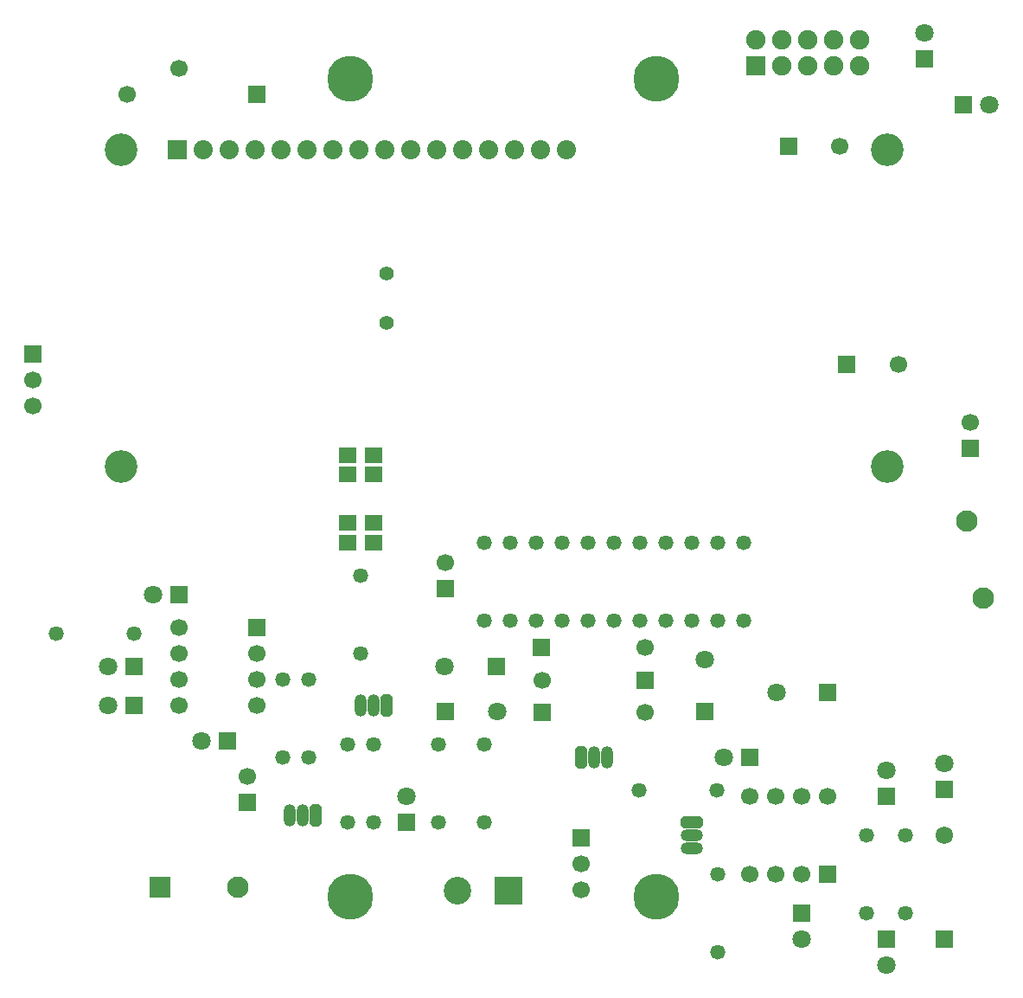
<source format=gts>
G04 DipTrace 3.0.0.2*
G04 TopSoldermask.gts*
%MOIN*%
G04 #@! TF.FileFunction,Soldermask,Top*
G04 #@! TF.Part,Single*
%AMOUTLINE1*
4,1,8,
-0.023622,0.031158,
-0.011473,0.043307,
0.011473,0.043307,
0.023622,0.031158,
0.023622,-0.031158,
0.011473,-0.043307,
-0.011473,-0.043307,
-0.023622,-0.031158,
-0.023622,0.031158,
0*%
%AMOUTLINE4*
4,1,8,
0.031158,0.023622,
0.043307,0.011473,
0.043307,-0.011473,
0.031158,-0.023622,
-0.031158,-0.023622,
-0.043307,-0.011473,
-0.043307,0.011473,
-0.031158,0.023622,
0.031158,0.023622,
0*%
%AMOUTLINE7*
4,1,8,
0.023622,-0.031158,
0.011473,-0.043307,
-0.011473,-0.043307,
-0.023622,-0.031158,
-0.023622,0.031158,
-0.011473,0.043307,
0.011473,0.043307,
0.023622,0.031158,
0.023622,-0.031158,
0*%
%ADD25R,0.066929X0.066929*%
%ADD30C,0.066929*%
%ADD36R,0.074803X0.074803*%
%ADD37C,0.074803*%
%ADD55C,0.125984*%
%ADD56C,0.177165*%
%ADD70C,0.055874*%
%ADD84C,0.057874*%
%ADD86C,0.057874*%
%ADD90O,0.086614X0.047244*%
%ADD92O,0.047244X0.086614*%
%ADD94C,0.082677*%
%ADD95R,0.082677X0.082677*%
%ADD100C,0.070866*%
%ADD102C,0.067874*%
%ADD104R,0.067874X0.067874*%
%ADD108C,0.106299*%
%ADD110R,0.106299X0.106299*%
%ADD112C,0.073874*%
%ADD122R,0.066929X0.059055*%
%ADD124C,0.070866*%
%ADD126R,0.070866X0.070866*%
%ADD132OUTLINE1*%
%ADD135OUTLINE4*%
%ADD138OUTLINE7*%
%FSLAX26Y26*%
G04*
G70*
G90*
G75*
G01*
G04 TopMask*
%LPD*%
D126*
X3838130Y623125D3*
D124*
Y523125D3*
D126*
Y1173125D3*
D124*
Y1273125D3*
X4063130Y1298125D3*
D126*
Y1198125D3*
D124*
X3513130Y623123D3*
D126*
Y723123D3*
D124*
X3213130Y1323125D3*
D126*
X3313130D3*
D124*
X3138130Y1698125D3*
D126*
Y1498125D3*
D124*
X2136555Y1671550D3*
D126*
X2336555D3*
D124*
X2338130Y1498125D3*
D126*
X2138130D3*
D124*
X1988130Y1173125D3*
D126*
Y1073125D3*
X4137205Y3837205D3*
D124*
X4237205D3*
D126*
X3987205Y4012205D3*
D124*
Y4112205D3*
X838130Y1673125D3*
D126*
X938130D3*
D124*
X838130Y1523125D3*
D126*
X938130D3*
D124*
X1013130Y1948123D3*
D126*
X1113130D3*
D124*
X1200630Y1385625D3*
D126*
X1300630D3*
D25*
X3687205Y2837205D3*
D30*
X3884055D3*
D25*
X3462205Y3674705D3*
D30*
X3659055D3*
D25*
X2511555Y1496549D3*
D30*
X2909193D3*
D25*
X2910374Y1620369D3*
D30*
X2512736D3*
D25*
X2510374Y1745369D3*
D30*
X2908012D3*
X1375630Y1248123D3*
D25*
Y1148123D3*
D122*
X1862205Y2224705D3*
Y2149902D3*
X1762205Y2224705D3*
Y2149902D3*
D36*
X1106188Y3662205D3*
D112*
X1206188D3*
X1306188D3*
X1406188D3*
X1506188D3*
X1606188D3*
X1706188D3*
X1806188D3*
X1906188D3*
X2006188D3*
X2106188D3*
X2206188D3*
X2306188D3*
X2406188D3*
X2506188D3*
X2606188D3*
D55*
X889646Y2441741D3*
X3842402D3*
X889646Y3662214D3*
X3842402D3*
D110*
X2382028Y809049D3*
D108*
X2185177D3*
D25*
X4162205Y2512205D3*
D30*
Y2612205D3*
D36*
X3337205Y3987205D3*
D37*
Y4087205D3*
X3437205Y3987205D3*
Y4087205D3*
X3537205Y3987205D3*
Y4087205D3*
X3637205Y3987205D3*
Y4087205D3*
X3737205Y3987205D3*
Y4087205D3*
D25*
X2138130Y1973125D3*
D30*
Y2073125D3*
D25*
X549705Y2874705D3*
D30*
Y2774705D3*
Y2674705D3*
D104*
X4063130Y623123D3*
D102*
Y1023123D3*
D126*
X3613130Y1573125D3*
D100*
X3416280D3*
D95*
X1038130Y823123D3*
D94*
X1337343D3*
D132*
X2661555Y1321549D3*
D92*
X2711555D3*
X2761555D3*
D135*
X3088130Y1073123D3*
D90*
Y1023123D3*
Y973123D3*
D138*
X1913130Y1523123D3*
D92*
X1863130D3*
X1813130D3*
D138*
X1638130Y1098125D3*
D92*
X1588130D3*
X1538130D3*
D86*
X3913130Y1023123D3*
D84*
Y723123D3*
D86*
X3763130Y1023123D3*
D84*
Y723123D3*
D86*
X2886555Y1196549D3*
D84*
X3186555D3*
D25*
X2662205Y1012205D3*
D30*
Y912205D3*
Y812205D3*
D86*
X3188130Y573123D3*
D84*
Y873123D3*
D86*
X2288130Y1073125D3*
D84*
Y1373125D3*
D86*
X2113130Y1073125D3*
D84*
Y1373125D3*
D86*
X1863130D3*
D84*
Y1073125D3*
D86*
X1763130D3*
D84*
Y1373125D3*
D86*
X1813130Y1723125D3*
D84*
Y2023125D3*
D86*
X638130Y1798125D3*
D84*
X938130D3*
D86*
X1613130Y1323125D3*
D84*
Y1623125D3*
D86*
X1513130D3*
D84*
Y1323125D3*
D122*
X1862205Y2412205D3*
Y2487008D3*
X1762205Y2412205D3*
Y2487008D3*
D25*
X1412205Y3874705D3*
D30*
X1112205Y3974705D3*
X912205Y3874705D3*
D86*
X2288130Y2148125D3*
D84*
Y1848125D3*
D86*
X2388130Y2148125D3*
D84*
Y1848125D3*
D86*
X2488130Y2148125D3*
D84*
Y1848125D3*
D86*
X2588130Y2148125D3*
D84*
Y1848125D3*
D86*
X2688130Y2148125D3*
D84*
Y1848125D3*
D94*
X4212205Y1937205D3*
X4149213Y2232480D3*
D86*
X2788130Y2148125D3*
D84*
Y1848125D3*
D86*
X2888130Y2148125D3*
D84*
Y1848125D3*
D86*
X2988130Y2148125D3*
D84*
Y1848125D3*
D86*
X3088130Y2148125D3*
D84*
Y1848125D3*
D86*
X3188130Y2148125D3*
D84*
Y1848125D3*
D86*
X3288130Y2148125D3*
D84*
Y1848125D3*
D25*
X3613130Y873123D3*
D30*
X3513130D3*
X3413130D3*
X3313130D3*
Y1173123D3*
X3413130D3*
X3513130D3*
X3613130D3*
D25*
X1413130Y1823125D3*
D30*
Y1723125D3*
Y1623125D3*
Y1523125D3*
X1113130D3*
Y1623125D3*
Y1723125D3*
Y1823125D3*
D70*
X1912205Y3187205D3*
Y2997205D3*
D56*
X2952756Y3937008D3*
Y787402D3*
X1771654D3*
Y3937008D3*
M02*

</source>
